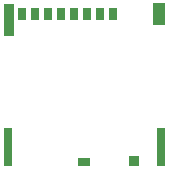
<source format=gbr>
%TF.GenerationSoftware,KiCad,Pcbnew,6.0.11-2627ca5db0~126~ubuntu22.04.1*%
%TF.CreationDate,2023-07-02T17:23:57-07:00*%
%TF.ProjectId,small-display,736d616c-6c2d-4646-9973-706c61792e6b,rev?*%
%TF.SameCoordinates,Original*%
%TF.FileFunction,Paste,Bot*%
%TF.FilePolarity,Positive*%
%FSLAX46Y46*%
G04 Gerber Fmt 4.6, Leading zero omitted, Abs format (unit mm)*
G04 Created by KiCad (PCBNEW 6.0.11-2627ca5db0~126~ubuntu22.04.1) date 2023-07-02 17:23:57*
%MOMM*%
%LPD*%
G01*
G04 APERTURE LIST*
%ADD10R,0.700000X1.100000*%
%ADD11R,0.900000X0.930000*%
%ADD12R,1.050000X0.780000*%
%ADD13R,0.860000X2.800000*%
%ADD14R,0.700000X3.330000*%
%ADD15R,1.140000X1.830000*%
G04 APERTURE END LIST*
D10*
%TO.C,J2*%
X23380000Y-2375000D03*
X22280000Y-2375000D03*
X21180000Y-2375000D03*
X20080000Y-2375000D03*
X18980000Y-2375000D03*
X17880000Y-2375000D03*
X16780000Y-2375000D03*
X15680000Y-2375000D03*
D11*
X25170000Y-14840000D03*
D12*
X20905000Y-14915000D03*
D13*
X14600000Y-2875000D03*
D14*
X14520000Y-13640000D03*
D15*
X27260000Y-2390000D03*
D14*
X27480000Y-13640000D03*
%TD*%
M02*

</source>
